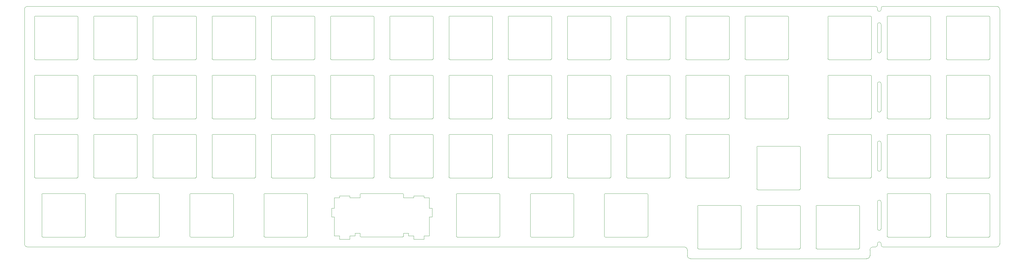
<source format=gbr>
G04 #@! TF.GenerationSoftware,KiCad,Pcbnew,8.0.1*
G04 #@! TF.CreationDate,2024-09-01T20:38:41+02:00*
G04 #@! TF.ProjectId,Mimic40_plate,4d696d69-6334-4305-9f70-6c6174652e6b,rev?*
G04 #@! TF.SameCoordinates,Original*
G04 #@! TF.FileFunction,Profile,NP*
%FSLAX46Y46*%
G04 Gerber Fmt 4.6, Leading zero omitted, Abs format (unit mm)*
G04 Created by KiCad (PCBNEW 8.0.1) date 2024-09-01 20:38:41*
%MOMM*%
%LPD*%
G01*
G04 APERTURE LIST*
G04 #@! TA.AperFunction,Profile*
%ADD10C,0.050000*%
G04 #@! TD*
G04 #@! TA.AperFunction,Profile*
%ADD11C,0.090000*%
G04 #@! TD*
G04 APERTURE END LIST*
D10*
X341000000Y-112850000D02*
G75*
G02*
X340400000Y-112250000I0J600000D01*
G01*
X341000000Y-103050000D02*
G75*
G02*
X341600000Y-103650000I0J-600000D01*
G01*
X340400000Y-122700000D02*
G75*
G02*
X341000000Y-122100000I600000J0D01*
G01*
X378750000Y-78750000D02*
G75*
G02*
X379750000Y-79750000I0J-1000000D01*
G01*
X340400000Y-155650000D02*
G75*
G02*
X339800000Y-156250000I-600000J0D01*
G01*
X341000000Y-84000000D02*
G75*
G02*
X341600000Y-84600000I0J-600000D01*
G01*
X340400000Y-131300000D02*
X340400000Y-122700000D01*
X341000000Y-93800000D02*
G75*
G02*
X340400000Y-93200000I0J600000D01*
G01*
X341000000Y-122100000D02*
G75*
G02*
X341600000Y-122700000I0J-600000D01*
G01*
X379750000Y-155250000D02*
G75*
G02*
X378750000Y-156250000I-1000000J0D01*
G01*
X341600000Y-79350000D02*
X341600000Y-79800000D01*
X338000000Y-159000000D02*
G75*
G02*
X337000000Y-160000000I-1000000J0D01*
G01*
X341600000Y-131300000D02*
G75*
G02*
X341000000Y-131900000I-600000J0D01*
G01*
X340400000Y-155650000D02*
X340400000Y-155200000D01*
X342200000Y-156250000D02*
X378750000Y-156250000D01*
X341600000Y-155650000D02*
X341600000Y-155200000D01*
X340400000Y-112250000D02*
X340400000Y-103650000D01*
X337000000Y-160000000D02*
X280250000Y-160000000D01*
X66000000Y-79750000D02*
G75*
G02*
X67000000Y-78750000I1000000J0D01*
G01*
X279250000Y-159000000D02*
X279250000Y-157250000D01*
X280250000Y-160000000D02*
G75*
G02*
X279250000Y-159000000I0J1000000D01*
G01*
X340400000Y-103650000D02*
G75*
G02*
X341000000Y-103050000I600000J0D01*
G01*
X341000000Y-80400000D02*
G75*
G02*
X340400000Y-79800000I0J600000D01*
G01*
X341000000Y-150950000D02*
G75*
G02*
X340400000Y-150350000I0J600000D01*
G01*
X340400000Y-150350000D02*
X340400000Y-141750000D01*
X338000000Y-157250000D02*
X338000000Y-159000000D01*
X341600000Y-141750000D02*
X341600000Y-150350000D01*
X339800000Y-78750000D02*
G75*
G02*
X340400000Y-79350000I0J-600000D01*
G01*
X338000000Y-157250000D02*
G75*
G02*
X339000000Y-156250000I1000000J0D01*
G01*
X379750000Y-155250000D02*
X379750000Y-79750000D01*
X339800000Y-78750000D02*
X67000000Y-78750000D01*
X340400000Y-141750000D02*
G75*
G02*
X341000000Y-141150000I600000J0D01*
G01*
X341600000Y-122700000D02*
X341600000Y-131300000D01*
X341600000Y-79800000D02*
G75*
G02*
X341000000Y-80400000I-600000J0D01*
G01*
X278250000Y-156250000D02*
X67000000Y-156250000D01*
X341000000Y-141150000D02*
G75*
G02*
X341600000Y-141750000I0J-600000D01*
G01*
X341600000Y-93200000D02*
G75*
G02*
X341000000Y-93800000I-600000J0D01*
G01*
X341600000Y-150350000D02*
G75*
G02*
X341000000Y-150950000I-600000J0D01*
G01*
X340400000Y-84600000D02*
G75*
G02*
X341000000Y-84000000I600000J0D01*
G01*
X340400000Y-93200000D02*
X340400000Y-84600000D01*
X278250000Y-156250000D02*
G75*
G02*
X279250000Y-157250000I0J-1000000D01*
G01*
X67000000Y-156250000D02*
G75*
G02*
X66000000Y-155250000I0J1000000D01*
G01*
X341000000Y-154600000D02*
G75*
G02*
X341600000Y-155200000I0J-600000D01*
G01*
X340400000Y-155200000D02*
G75*
G02*
X341000000Y-154600000I600000J0D01*
G01*
X341000000Y-131900000D02*
G75*
G02*
X340400000Y-131300000I0J600000D01*
G01*
X66000000Y-79750000D02*
X66000000Y-155250000D01*
X341600000Y-79350000D02*
G75*
G02*
X342200000Y-78750000I600000J0D01*
G01*
X341600000Y-103650000D02*
X341600000Y-112250000D01*
X342200000Y-156250000D02*
G75*
G02*
X341600000Y-155650000I0J600000D01*
G01*
X339000000Y-156250000D02*
X339800000Y-156250000D01*
X341600000Y-112250000D02*
G75*
G02*
X341000000Y-112850000I-600000J0D01*
G01*
X340400000Y-79350000D02*
X340400000Y-79800000D01*
X342200000Y-78750000D02*
X378750000Y-78750000D01*
X341600000Y-84600000D02*
X341600000Y-93200000D01*
D11*
X164805600Y-143749000D02*
X165694600Y-143749000D01*
X164805600Y-146543000D02*
X164805600Y-143749000D01*
X165694600Y-140345400D02*
X167371000Y-140345400D01*
X165694600Y-143749000D02*
X165694600Y-140345400D01*
X165694600Y-146543000D02*
X164805600Y-146543000D01*
X165694600Y-152639000D02*
X165694600Y-146543000D01*
X167371000Y-139812000D02*
X170673000Y-139812000D01*
X167371000Y-140345400D02*
X167371000Y-139812000D01*
X167371000Y-152639000D02*
X165694600Y-152639000D01*
X167371000Y-153782000D02*
X167371000Y-152639000D01*
X170673000Y-139812000D02*
X170673000Y-140345400D01*
X170673000Y-140345400D02*
X173975000Y-140345400D01*
X170673000Y-152639001D02*
X170673000Y-153782001D01*
X170673000Y-153782001D02*
X167371000Y-153782000D01*
X172349400Y-151851600D02*
X172349400Y-152639000D01*
X172349400Y-152639000D02*
X170673000Y-152639001D01*
X173975000Y-140345400D02*
X173975000Y-139350000D01*
X173975000Y-151851600D02*
X172349400Y-151851600D01*
X173975000Y-152720000D02*
X173975000Y-151851600D01*
X174275000Y-139050000D02*
X187644900Y-139050000D01*
X187644900Y-153020000D02*
X174275000Y-153020000D01*
X187944900Y-139350000D02*
X187944900Y-140345400D01*
X187944900Y-140345400D02*
X191246900Y-140345400D01*
X187944900Y-151851600D02*
X187944900Y-152720000D01*
X189570500Y-151851600D02*
X187944900Y-151851600D01*
X189570500Y-152639000D02*
X189570500Y-151851600D01*
X191246900Y-139812000D02*
X194548900Y-139812000D01*
X191246900Y-140345400D02*
X191246900Y-139812000D01*
X191246901Y-152639000D02*
X189570500Y-152639000D01*
X191246901Y-153782000D02*
X191246901Y-152639000D01*
X194548900Y-139812000D02*
X194548900Y-140345400D01*
X194548900Y-140345400D02*
X196225300Y-140345400D01*
X194548900Y-152639000D02*
X194548900Y-153782000D01*
X194548900Y-153782000D02*
X191246901Y-153782000D01*
X196225300Y-140345400D02*
X196225300Y-143749000D01*
X196225300Y-143749000D02*
X197114300Y-143749000D01*
X196225300Y-146543000D02*
X196225300Y-152639000D01*
X196225300Y-152639000D02*
X194548900Y-152639000D01*
X197114300Y-143749000D02*
X197114300Y-146543000D01*
X197114300Y-146543000D02*
X196225300Y-146543000D01*
X173975000Y-139350000D02*
G75*
G02*
X174275000Y-139050000I300000J0D01*
G01*
X174275000Y-153020000D02*
G75*
G02*
X173975000Y-152720000I0J300000D01*
G01*
X187644900Y-139050000D02*
G75*
G02*
X187944900Y-139350000I0J-300000D01*
G01*
X187944900Y-152720000D02*
G75*
G02*
X187644900Y-153020000I-300000J0D01*
G01*
D10*
X183500000Y-95600000D02*
X183500000Y-82200000D01*
X183800000Y-81900000D02*
X197200000Y-81900000D01*
X197200000Y-95900000D02*
X183800000Y-95900000D01*
X197500000Y-82200000D02*
X197500000Y-95600000D01*
X183500000Y-82200000D02*
G75*
G02*
X183800000Y-81900000I300000J0D01*
G01*
X183800000Y-95900000D02*
G75*
G02*
X183500000Y-95600000I0J300000D01*
G01*
X197200000Y-81900000D02*
G75*
G02*
X197500000Y-82200000I0J-300000D01*
G01*
X197500000Y-95600000D02*
G75*
G02*
X197200000Y-95900000I-300000J0D01*
G01*
X362570000Y-133700000D02*
X362570000Y-120300000D01*
X362870000Y-120000000D02*
X376270000Y-120000000D01*
X376270000Y-134000000D02*
X362870000Y-134000000D01*
X376570000Y-120300000D02*
X376570000Y-133700000D01*
X362570000Y-120300000D02*
G75*
G02*
X362870000Y-120000000I300000J0D01*
G01*
X362870000Y-134000000D02*
G75*
G02*
X362570000Y-133700000I0J300000D01*
G01*
X376270000Y-120000000D02*
G75*
G02*
X376570000Y-120300000I0J-300000D01*
G01*
X376570000Y-133700000D02*
G75*
G02*
X376270000Y-134000000I-300000J0D01*
G01*
X126350000Y-114650000D02*
X126350000Y-101250000D01*
X126650000Y-100950000D02*
X140050000Y-100950000D01*
X140050000Y-114950000D02*
X126650000Y-114950000D01*
X140350000Y-101250000D02*
X140350000Y-114650000D01*
X126350000Y-101250000D02*
G75*
G02*
X126650000Y-100950000I300000J0D01*
G01*
X126650000Y-114950000D02*
G75*
G02*
X126350000Y-114650000I0J300000D01*
G01*
X140050000Y-100950000D02*
G75*
G02*
X140350000Y-101250000I0J-300000D01*
G01*
X140350000Y-114650000D02*
G75*
G02*
X140050000Y-114950000I-300000J0D01*
G01*
X320660000Y-156560000D02*
X320660000Y-143160000D01*
X320960000Y-142860000D02*
X334360000Y-142860000D01*
X334360000Y-156860000D02*
X320960000Y-156860000D01*
X334660000Y-143160000D02*
X334660000Y-156560000D01*
X320660000Y-143160000D02*
G75*
G02*
X320960000Y-142860000I300000J0D01*
G01*
X320960000Y-156860000D02*
G75*
G02*
X320660000Y-156560000I0J300000D01*
G01*
X334360000Y-142860000D02*
G75*
G02*
X334660000Y-143160000I0J-300000D01*
G01*
X334660000Y-156560000D02*
G75*
G02*
X334360000Y-156860000I-300000J0D01*
G01*
X126350000Y-133700000D02*
X126350000Y-120300000D01*
X126650000Y-120000000D02*
X140050000Y-120000000D01*
X140050000Y-134000000D02*
X126650000Y-134000000D01*
X140350000Y-120300000D02*
X140350000Y-133700000D01*
X126350000Y-120300000D02*
G75*
G02*
X126650000Y-120000000I300000J0D01*
G01*
X126650000Y-134000000D02*
G75*
G02*
X126350000Y-133700000I0J300000D01*
G01*
X140050000Y-120000000D02*
G75*
G02*
X140350000Y-120300000I0J-300000D01*
G01*
X140350000Y-133700000D02*
G75*
G02*
X140050000Y-134000000I-300000J0D01*
G01*
X343520000Y-152750000D02*
X343520000Y-139350000D01*
X343820000Y-139050000D02*
X357220000Y-139050000D01*
X357220000Y-153050000D02*
X343820000Y-153050000D01*
X357520000Y-139350000D02*
X357520000Y-152750000D01*
X343520000Y-139350000D02*
G75*
G02*
X343820000Y-139050000I300000J0D01*
G01*
X343820000Y-153050000D02*
G75*
G02*
X343520000Y-152750000I0J300000D01*
G01*
X357220000Y-139050000D02*
G75*
G02*
X357520000Y-139350000I0J-300000D01*
G01*
X357520000Y-152750000D02*
G75*
G02*
X357220000Y-153050000I-300000J0D01*
G01*
X119206250Y-152750000D02*
X119206250Y-139350000D01*
X119506250Y-139050000D02*
X132906250Y-139050000D01*
X132906250Y-153050000D02*
X119506250Y-153050000D01*
X133206250Y-139350000D02*
X133206250Y-152750000D01*
X119206250Y-139350000D02*
G75*
G02*
X119506250Y-139050000I300000J0D01*
G01*
X119506250Y-153050000D02*
G75*
G02*
X119206250Y-152750000I0J300000D01*
G01*
X132906250Y-139050000D02*
G75*
G02*
X133206250Y-139350000I0J-300000D01*
G01*
X133206250Y-152750000D02*
G75*
G02*
X132906250Y-153050000I-300000J0D01*
G01*
X95393750Y-152750000D02*
X95393750Y-139350000D01*
X95693750Y-139050000D02*
X109093750Y-139050000D01*
X109093750Y-153050000D02*
X95693750Y-153050000D01*
X109393750Y-139350000D02*
X109393750Y-152750000D01*
X95393750Y-139350000D02*
G75*
G02*
X95693750Y-139050000I300000J0D01*
G01*
X95693750Y-153050000D02*
G75*
G02*
X95393750Y-152750000I0J300000D01*
G01*
X109093750Y-139050000D02*
G75*
G02*
X109393750Y-139350000I0J-300000D01*
G01*
X109393750Y-152750000D02*
G75*
G02*
X109093750Y-153050000I-300000J0D01*
G01*
X107300000Y-114650000D02*
X107300000Y-101250000D01*
X107600000Y-100950000D02*
X121000000Y-100950000D01*
X121000000Y-114950000D02*
X107600000Y-114950000D01*
X121300000Y-101250000D02*
X121300000Y-114650000D01*
X107300000Y-101250000D02*
G75*
G02*
X107600000Y-100950000I300000J0D01*
G01*
X107600000Y-114950000D02*
G75*
G02*
X107300000Y-114650000I0J300000D01*
G01*
X121000000Y-100950000D02*
G75*
G02*
X121300000Y-101250000I0J-300000D01*
G01*
X121300000Y-114650000D02*
G75*
G02*
X121000000Y-114950000I-300000J0D01*
G01*
X221600000Y-133700000D02*
X221600000Y-120300000D01*
X221900000Y-120000000D02*
X235300000Y-120000000D01*
X235300000Y-134000000D02*
X221900000Y-134000000D01*
X235600000Y-120300000D02*
X235600000Y-133700000D01*
X221600000Y-120300000D02*
G75*
G02*
X221900000Y-120000000I300000J0D01*
G01*
X221900000Y-134000000D02*
G75*
G02*
X221600000Y-133700000I0J300000D01*
G01*
X235300000Y-120000000D02*
G75*
G02*
X235600000Y-120300000I0J-300000D01*
G01*
X235600000Y-133700000D02*
G75*
G02*
X235300000Y-134000000I-300000J0D01*
G01*
X183500000Y-133700000D02*
X183500000Y-120300000D01*
X183800000Y-120000000D02*
X197200000Y-120000000D01*
X197200000Y-134000000D02*
X183800000Y-134000000D01*
X197500000Y-120300000D02*
X197500000Y-133700000D01*
X183500000Y-120300000D02*
G75*
G02*
X183800000Y-120000000I300000J0D01*
G01*
X183800000Y-134000000D02*
G75*
G02*
X183500000Y-133700000I0J300000D01*
G01*
X197200000Y-120000000D02*
G75*
G02*
X197500000Y-120300000I0J-300000D01*
G01*
X197500000Y-133700000D02*
G75*
G02*
X197200000Y-134000000I-300000J0D01*
G01*
X278750000Y-95600000D02*
X278750000Y-82200000D01*
X279050000Y-81900000D02*
X292450000Y-81900000D01*
X292450000Y-95900000D02*
X279050000Y-95900000D01*
X292750000Y-82200000D02*
X292750000Y-95600000D01*
X278750000Y-82200000D02*
G75*
G02*
X279050000Y-81900000I300000J0D01*
G01*
X279050000Y-95900000D02*
G75*
G02*
X278750000Y-95600000I0J300000D01*
G01*
X292450000Y-81900000D02*
G75*
G02*
X292750000Y-82200000I0J-300000D01*
G01*
X292750000Y-95600000D02*
G75*
G02*
X292450000Y-95900000I-300000J0D01*
G01*
X259700000Y-133700000D02*
X259700000Y-120300000D01*
X260000000Y-120000000D02*
X273400000Y-120000000D01*
X273400000Y-134000000D02*
X260000000Y-134000000D01*
X273700000Y-120300000D02*
X273700000Y-133700000D01*
X259700000Y-120300000D02*
G75*
G02*
X260000000Y-120000000I300000J0D01*
G01*
X260000000Y-134000000D02*
G75*
G02*
X259700000Y-133700000I0J300000D01*
G01*
X273400000Y-120000000D02*
G75*
G02*
X273700000Y-120300000I0J-300000D01*
G01*
X273700000Y-133700000D02*
G75*
G02*
X273400000Y-134000000I-300000J0D01*
G01*
X278750000Y-114650000D02*
X278750000Y-101250000D01*
X279050000Y-100950000D02*
X292450000Y-100950000D01*
X292450000Y-114950000D02*
X279050000Y-114950000D01*
X292750000Y-101250000D02*
X292750000Y-114650000D01*
X278750000Y-101250000D02*
G75*
G02*
X279050000Y-100950000I300000J0D01*
G01*
X279050000Y-114950000D02*
G75*
G02*
X278750000Y-114650000I0J300000D01*
G01*
X292450000Y-100950000D02*
G75*
G02*
X292750000Y-101250000I0J-300000D01*
G01*
X292750000Y-114650000D02*
G75*
G02*
X292450000Y-114950000I-300000J0D01*
G01*
X252556250Y-152750000D02*
X252556250Y-139350000D01*
X252856250Y-139050000D02*
X266256250Y-139050000D01*
X266256250Y-153050000D02*
X252856250Y-153050000D01*
X266556250Y-139350000D02*
X266556250Y-152750000D01*
X252556250Y-139350000D02*
G75*
G02*
X252856250Y-139050000I300000J0D01*
G01*
X252856250Y-153050000D02*
G75*
G02*
X252556250Y-152750000I0J300000D01*
G01*
X266256250Y-139050000D02*
G75*
G02*
X266556250Y-139350000I0J-300000D01*
G01*
X266556250Y-152750000D02*
G75*
G02*
X266256250Y-153050000I-300000J0D01*
G01*
X145400000Y-133700000D02*
X145400000Y-120300000D01*
X145700000Y-120000000D02*
X159100000Y-120000000D01*
X159100000Y-134000000D02*
X145700000Y-134000000D01*
X159400000Y-120300000D02*
X159400000Y-133700000D01*
X145400000Y-120300000D02*
G75*
G02*
X145700000Y-120000000I300000J0D01*
G01*
X145700000Y-134000000D02*
G75*
G02*
X145400000Y-133700000I0J300000D01*
G01*
X159100000Y-120000000D02*
G75*
G02*
X159400000Y-120300000I0J-300000D01*
G01*
X159400000Y-133700000D02*
G75*
G02*
X159100000Y-134000000I-300000J0D01*
G01*
X324470000Y-114650000D02*
X324470000Y-101250000D01*
X324770000Y-100950000D02*
X338170000Y-100950000D01*
X338170000Y-114950000D02*
X324770000Y-114950000D01*
X338470000Y-101250000D02*
X338470000Y-114650000D01*
X324470000Y-101250000D02*
G75*
G02*
X324770000Y-100950000I300000J0D01*
G01*
X324770000Y-114950000D02*
G75*
G02*
X324470000Y-114650000I0J300000D01*
G01*
X338170000Y-100950000D02*
G75*
G02*
X338470000Y-101250000I0J-300000D01*
G01*
X338470000Y-114650000D02*
G75*
G02*
X338170000Y-114950000I-300000J0D01*
G01*
X259700000Y-114650000D02*
X259700000Y-101250000D01*
X260000000Y-100950000D02*
X273400000Y-100950000D01*
X273400000Y-114950000D02*
X260000000Y-114950000D01*
X273700000Y-101250000D02*
X273700000Y-114650000D01*
X259700000Y-101250000D02*
G75*
G02*
X260000000Y-100950000I300000J0D01*
G01*
X260000000Y-114950000D02*
G75*
G02*
X259700000Y-114650000I0J300000D01*
G01*
X273400000Y-100950000D02*
G75*
G02*
X273700000Y-101250000I0J-300000D01*
G01*
X273700000Y-114650000D02*
G75*
G02*
X273400000Y-114950000I-300000J0D01*
G01*
X343520000Y-133700000D02*
X343520000Y-120300000D01*
X343820000Y-120000000D02*
X357220000Y-120000000D01*
X357220000Y-134000000D02*
X343820000Y-134000000D01*
X357520000Y-120300000D02*
X357520000Y-133700000D01*
X343520000Y-120300000D02*
G75*
G02*
X343820000Y-120000000I300000J0D01*
G01*
X343820000Y-134000000D02*
G75*
G02*
X343520000Y-133700000I0J300000D01*
G01*
X357220000Y-120000000D02*
G75*
G02*
X357520000Y-120300000I0J-300000D01*
G01*
X357520000Y-133700000D02*
G75*
G02*
X357220000Y-134000000I-300000J0D01*
G01*
X107300000Y-95600000D02*
X107300000Y-82200000D01*
X107600000Y-81900000D02*
X121000000Y-81900000D01*
X121000000Y-95900000D02*
X107600000Y-95900000D01*
X121300000Y-82200000D02*
X121300000Y-95600000D01*
X107300000Y-82200000D02*
G75*
G02*
X107600000Y-81900000I300000J0D01*
G01*
X107600000Y-95900000D02*
G75*
G02*
X107300000Y-95600000I0J300000D01*
G01*
X121000000Y-81900000D02*
G75*
G02*
X121300000Y-82200000I0J-300000D01*
G01*
X121300000Y-95600000D02*
G75*
G02*
X121000000Y-95900000I-300000J0D01*
G01*
X143018750Y-152750000D02*
X143018750Y-139350000D01*
X143318750Y-139050000D02*
X156718750Y-139050000D01*
X156718750Y-153050000D02*
X143318750Y-153050000D01*
X157018750Y-139350000D02*
X157018750Y-152750000D01*
X143018750Y-139350000D02*
G75*
G02*
X143318750Y-139050000I300000J0D01*
G01*
X143318750Y-153050000D02*
G75*
G02*
X143018750Y-152750000I0J300000D01*
G01*
X156718750Y-139050000D02*
G75*
G02*
X157018750Y-139350000I0J-300000D01*
G01*
X157018750Y-152750000D02*
G75*
G02*
X156718750Y-153050000I-300000J0D01*
G01*
X324470000Y-95600000D02*
X324470000Y-82200000D01*
X324770000Y-81900000D02*
X338170000Y-81900000D01*
X338170000Y-95900000D02*
X324770000Y-95900000D01*
X338470000Y-82200000D02*
X338470000Y-95600000D01*
X324470000Y-82200000D02*
G75*
G02*
X324770000Y-81900000I300000J0D01*
G01*
X324770000Y-95900000D02*
G75*
G02*
X324470000Y-95600000I0J300000D01*
G01*
X338170000Y-81900000D02*
G75*
G02*
X338470000Y-82200000I0J-300000D01*
G01*
X338470000Y-95600000D02*
G75*
G02*
X338170000Y-95900000I-300000J0D01*
G01*
X301610000Y-137510000D02*
X301610000Y-124110000D01*
X301910000Y-123810000D02*
X315310000Y-123810000D01*
X315310000Y-137810000D02*
X301910000Y-137810000D01*
X315610000Y-124110000D02*
X315610000Y-137510000D01*
X301610000Y-124110000D02*
G75*
G02*
X301910000Y-123810000I300000J0D01*
G01*
X301910000Y-137810000D02*
G75*
G02*
X301610000Y-137510000I0J300000D01*
G01*
X315310000Y-123810000D02*
G75*
G02*
X315610000Y-124110000I0J-300000D01*
G01*
X315610000Y-137510000D02*
G75*
G02*
X315310000Y-137810000I-300000J0D01*
G01*
X324470000Y-133700000D02*
X324470000Y-120300000D01*
X324770000Y-120000000D02*
X338170000Y-120000000D01*
X338170000Y-134000000D02*
X324770000Y-134000000D01*
X338470000Y-120300000D02*
X338470000Y-133700000D01*
X324470000Y-120300000D02*
G75*
G02*
X324770000Y-120000000I300000J0D01*
G01*
X324770000Y-134000000D02*
G75*
G02*
X324470000Y-133700000I0J300000D01*
G01*
X338170000Y-120000000D02*
G75*
G02*
X338470000Y-120300000I0J-300000D01*
G01*
X338470000Y-133700000D02*
G75*
G02*
X338170000Y-134000000I-300000J0D01*
G01*
X343520000Y-95600000D02*
X343520000Y-82200000D01*
X343820000Y-81900000D02*
X357220000Y-81900000D01*
X357220000Y-95900000D02*
X343820000Y-95900000D01*
X357520000Y-82200000D02*
X357520000Y-95600000D01*
X343520000Y-82200000D02*
G75*
G02*
X343820000Y-81900000I300000J0D01*
G01*
X343820000Y-95900000D02*
G75*
G02*
X343520000Y-95600000I0J300000D01*
G01*
X357220000Y-81900000D02*
G75*
G02*
X357520000Y-82200000I0J-300000D01*
G01*
X357520000Y-95600000D02*
G75*
G02*
X357220000Y-95900000I-300000J0D01*
G01*
X88250000Y-114650000D02*
X88250000Y-101250000D01*
X88550000Y-100950000D02*
X101950000Y-100950000D01*
X101950000Y-114950000D02*
X88550000Y-114950000D01*
X102250000Y-101250000D02*
X102250000Y-114650000D01*
X88250000Y-101250000D02*
G75*
G02*
X88550000Y-100950000I300000J0D01*
G01*
X88550000Y-114950000D02*
G75*
G02*
X88250000Y-114650000I0J300000D01*
G01*
X101950000Y-100950000D02*
G75*
G02*
X102250000Y-101250000I0J-300000D01*
G01*
X102250000Y-114650000D02*
G75*
G02*
X101950000Y-114950000I-300000J0D01*
G01*
X240650000Y-133700000D02*
X240650000Y-120300000D01*
X240950000Y-120000000D02*
X254350000Y-120000000D01*
X254350000Y-134000000D02*
X240950000Y-134000000D01*
X254650000Y-120300000D02*
X254650000Y-133700000D01*
X240650000Y-120300000D02*
G75*
G02*
X240950000Y-120000000I300000J0D01*
G01*
X240950000Y-134000000D02*
G75*
G02*
X240650000Y-133700000I0J300000D01*
G01*
X254350000Y-120000000D02*
G75*
G02*
X254650000Y-120300000I0J-300000D01*
G01*
X254650000Y-133700000D02*
G75*
G02*
X254350000Y-134000000I-300000J0D01*
G01*
X69200000Y-133700000D02*
X69200000Y-120300000D01*
X69500000Y-120000000D02*
X82900000Y-120000000D01*
X82900000Y-134000000D02*
X69500000Y-134000000D01*
X83200000Y-120300000D02*
X83200000Y-133700000D01*
X69200000Y-120300000D02*
G75*
G02*
X69500000Y-120000000I300000J0D01*
G01*
X69500000Y-134000000D02*
G75*
G02*
X69200000Y-133700000I0J300000D01*
G01*
X82900000Y-120000000D02*
G75*
G02*
X83200000Y-120300000I0J-300000D01*
G01*
X83200000Y-133700000D02*
G75*
G02*
X82900000Y-134000000I-300000J0D01*
G01*
X240650000Y-114650000D02*
X240650000Y-101250000D01*
X240950000Y-100950000D02*
X254350000Y-100950000D01*
X254350000Y-114950000D02*
X240950000Y-114950000D01*
X254650000Y-101250000D02*
X254650000Y-114650000D01*
X240650000Y-101250000D02*
G75*
G02*
X240950000Y-100950000I300000J0D01*
G01*
X240950000Y-114950000D02*
G75*
G02*
X240650000Y-114650000I0J300000D01*
G01*
X254350000Y-100950000D02*
G75*
G02*
X254650000Y-101250000I0J-300000D01*
G01*
X254650000Y-114650000D02*
G75*
G02*
X254350000Y-114950000I-300000J0D01*
G01*
X202550000Y-133700000D02*
X202550000Y-120300000D01*
X202850000Y-120000000D02*
X216250000Y-120000000D01*
X216250000Y-134000000D02*
X202850000Y-134000000D01*
X216550000Y-120300000D02*
X216550000Y-133700000D01*
X202550000Y-120300000D02*
G75*
G02*
X202850000Y-120000000I300000J0D01*
G01*
X202850000Y-134000000D02*
G75*
G02*
X202550000Y-133700000I0J300000D01*
G01*
X216250000Y-120000000D02*
G75*
G02*
X216550000Y-120300000I0J-300000D01*
G01*
X216550000Y-133700000D02*
G75*
G02*
X216250000Y-134000000I-300000J0D01*
G01*
X88250000Y-133700000D02*
X88250000Y-120300000D01*
X88550000Y-120000000D02*
X101950000Y-120000000D01*
X101950000Y-134000000D02*
X88550000Y-134000000D01*
X102250000Y-120300000D02*
X102250000Y-133700000D01*
X88250000Y-120300000D02*
G75*
G02*
X88550000Y-120000000I300000J0D01*
G01*
X88550000Y-134000000D02*
G75*
G02*
X88250000Y-133700000I0J300000D01*
G01*
X101950000Y-120000000D02*
G75*
G02*
X102250000Y-120300000I0J-300000D01*
G01*
X102250000Y-133700000D02*
G75*
G02*
X101950000Y-134000000I-300000J0D01*
G01*
X88250000Y-95600000D02*
X88250000Y-82200000D01*
X88550000Y-81900000D02*
X101950000Y-81900000D01*
X101950000Y-95900000D02*
X88550000Y-95900000D01*
X102250000Y-82200000D02*
X102250000Y-95600000D01*
X88250000Y-82200000D02*
G75*
G02*
X88550000Y-81900000I300000J0D01*
G01*
X88550000Y-95900000D02*
G75*
G02*
X88250000Y-95600000I0J300000D01*
G01*
X101950000Y-81900000D02*
G75*
G02*
X102250000Y-82200000I0J-300000D01*
G01*
X102250000Y-95600000D02*
G75*
G02*
X101950000Y-95900000I-300000J0D01*
G01*
X126350000Y-95600000D02*
X126350000Y-82200000D01*
X126650000Y-81900000D02*
X140050000Y-81900000D01*
X140050000Y-95900000D02*
X126650000Y-95900000D01*
X140350000Y-82200000D02*
X140350000Y-95600000D01*
X126350000Y-82200000D02*
G75*
G02*
X126650000Y-81900000I300000J0D01*
G01*
X126650000Y-95900000D02*
G75*
G02*
X126350000Y-95600000I0J300000D01*
G01*
X140050000Y-81900000D02*
G75*
G02*
X140350000Y-82200000I0J-300000D01*
G01*
X140350000Y-95600000D02*
G75*
G02*
X140050000Y-95900000I-300000J0D01*
G01*
X221600000Y-95600000D02*
X221600000Y-82200000D01*
X221900000Y-81900000D02*
X235300000Y-81900000D01*
X235300000Y-95900000D02*
X221900000Y-95900000D01*
X235600000Y-82200000D02*
X235600000Y-95600000D01*
X221600000Y-82200000D02*
G75*
G02*
X221900000Y-81900000I300000J0D01*
G01*
X221900000Y-95900000D02*
G75*
G02*
X221600000Y-95600000I0J300000D01*
G01*
X235300000Y-81900000D02*
G75*
G02*
X235600000Y-82200000I0J-300000D01*
G01*
X235600000Y-95600000D02*
G75*
G02*
X235300000Y-95900000I-300000J0D01*
G01*
X221600000Y-114650000D02*
X221600000Y-101250000D01*
X221900000Y-100950000D02*
X235300000Y-100950000D01*
X235300000Y-114950000D02*
X221900000Y-114950000D01*
X235600000Y-101250000D02*
X235600000Y-114650000D01*
X221600000Y-101250000D02*
G75*
G02*
X221900000Y-100950000I300000J0D01*
G01*
X221900000Y-114950000D02*
G75*
G02*
X221600000Y-114650000I0J300000D01*
G01*
X235300000Y-100950000D02*
G75*
G02*
X235600000Y-101250000I0J-300000D01*
G01*
X235600000Y-114650000D02*
G75*
G02*
X235300000Y-114950000I-300000J0D01*
G01*
X69200000Y-95600000D02*
X69200000Y-82200000D01*
X69500000Y-81900000D02*
X82900000Y-81900000D01*
X82900000Y-95900000D02*
X69500000Y-95900000D01*
X83200000Y-82200000D02*
X83200000Y-95600000D01*
X69200000Y-82200000D02*
G75*
G02*
X69500000Y-81900000I300000J0D01*
G01*
X69500000Y-95900000D02*
G75*
G02*
X69200000Y-95600000I0J300000D01*
G01*
X82900000Y-81900000D02*
G75*
G02*
X83200000Y-82200000I0J-300000D01*
G01*
X83200000Y-95600000D02*
G75*
G02*
X82900000Y-95900000I-300000J0D01*
G01*
X362570000Y-95600000D02*
X362570000Y-82200000D01*
X362870000Y-81900000D02*
X376270000Y-81900000D01*
X376270000Y-95900000D02*
X362870000Y-95900000D01*
X376570000Y-82200000D02*
X376570000Y-95600000D01*
X362570000Y-82200000D02*
G75*
G02*
X362870000Y-81900000I300000J0D01*
G01*
X362870000Y-95900000D02*
G75*
G02*
X362570000Y-95600000I0J300000D01*
G01*
X376270000Y-81900000D02*
G75*
G02*
X376570000Y-82200000I0J-300000D01*
G01*
X376570000Y-95600000D02*
G75*
G02*
X376270000Y-95900000I-300000J0D01*
G01*
X240650000Y-95600000D02*
X240650000Y-82200000D01*
X240950000Y-81900000D02*
X254350000Y-81900000D01*
X254350000Y-95900000D02*
X240950000Y-95900000D01*
X254650000Y-82200000D02*
X254650000Y-95600000D01*
X240650000Y-82200000D02*
G75*
G02*
X240950000Y-81900000I300000J0D01*
G01*
X240950000Y-95900000D02*
G75*
G02*
X240650000Y-95600000I0J300000D01*
G01*
X254350000Y-81900000D02*
G75*
G02*
X254650000Y-82200000I0J-300000D01*
G01*
X254650000Y-95600000D02*
G75*
G02*
X254350000Y-95900000I-300000J0D01*
G01*
X164450000Y-114650000D02*
X164450000Y-101250000D01*
X164750000Y-100950000D02*
X178150000Y-100950000D01*
X178150000Y-114950000D02*
X164750000Y-114950000D01*
X178450000Y-101250000D02*
X178450000Y-114650000D01*
X164450000Y-101250000D02*
G75*
G02*
X164750000Y-100950000I300000J0D01*
G01*
X164750000Y-114950000D02*
G75*
G02*
X164450000Y-114650000I0J300000D01*
G01*
X178150000Y-100950000D02*
G75*
G02*
X178450000Y-101250000I0J-300000D01*
G01*
X178450000Y-114650000D02*
G75*
G02*
X178150000Y-114950000I-300000J0D01*
G01*
X164450000Y-133700000D02*
X164450000Y-120300000D01*
X164750000Y-120000000D02*
X178150000Y-120000000D01*
X178150000Y-134000000D02*
X164750000Y-134000000D01*
X178450000Y-120300000D02*
X178450000Y-133700000D01*
X164450000Y-120300000D02*
G75*
G02*
X164750000Y-120000000I300000J0D01*
G01*
X164750000Y-134000000D02*
G75*
G02*
X164450000Y-133700000I0J300000D01*
G01*
X178150000Y-120000000D02*
G75*
G02*
X178450000Y-120300000I0J-300000D01*
G01*
X178450000Y-133700000D02*
G75*
G02*
X178150000Y-134000000I-300000J0D01*
G01*
X202550000Y-114650000D02*
X202550000Y-101250000D01*
X202850000Y-100950000D02*
X216250000Y-100950000D01*
X216250000Y-114950000D02*
X202850000Y-114950000D01*
X216550000Y-101250000D02*
X216550000Y-114650000D01*
X202550000Y-101250000D02*
G75*
G02*
X202850000Y-100950000I300000J0D01*
G01*
X202850000Y-114950000D02*
G75*
G02*
X202550000Y-114650000I0J300000D01*
G01*
X216250000Y-100950000D02*
G75*
G02*
X216550000Y-101250000I0J-300000D01*
G01*
X216550000Y-114650000D02*
G75*
G02*
X216250000Y-114950000I-300000J0D01*
G01*
X145400000Y-114650000D02*
X145400000Y-101250000D01*
X145700000Y-100950000D02*
X159100000Y-100950000D01*
X159100000Y-114950000D02*
X145700000Y-114950000D01*
X159400000Y-101250000D02*
X159400000Y-114650000D01*
X145400000Y-101250000D02*
G75*
G02*
X145700000Y-100950000I300000J0D01*
G01*
X145700000Y-114950000D02*
G75*
G02*
X145400000Y-114650000I0J300000D01*
G01*
X159100000Y-100950000D02*
G75*
G02*
X159400000Y-101250000I0J-300000D01*
G01*
X159400000Y-114650000D02*
G75*
G02*
X159100000Y-114950000I-300000J0D01*
G01*
X145400000Y-95600000D02*
X145400000Y-82200000D01*
X145700000Y-81900000D02*
X159100000Y-81900000D01*
X159100000Y-95900000D02*
X145700000Y-95900000D01*
X159400000Y-82200000D02*
X159400000Y-95600000D01*
X145400000Y-82200000D02*
G75*
G02*
X145700000Y-81900000I300000J0D01*
G01*
X145700000Y-95900000D02*
G75*
G02*
X145400000Y-95600000I0J300000D01*
G01*
X159100000Y-81900000D02*
G75*
G02*
X159400000Y-82200000I0J-300000D01*
G01*
X159400000Y-95600000D02*
G75*
G02*
X159100000Y-95900000I-300000J0D01*
G01*
X259700000Y-95600000D02*
X259700000Y-82200000D01*
X260000000Y-81900000D02*
X273400000Y-81900000D01*
X273400000Y-95900000D02*
X260000000Y-95900000D01*
X273700000Y-82200000D02*
X273700000Y-95600000D01*
X259700000Y-82200000D02*
G75*
G02*
X260000000Y-81900000I300000J0D01*
G01*
X260000000Y-95900000D02*
G75*
G02*
X259700000Y-95600000I0J300000D01*
G01*
X273400000Y-81900000D02*
G75*
G02*
X273700000Y-82200000I0J-300000D01*
G01*
X273700000Y-95600000D02*
G75*
G02*
X273400000Y-95900000I-300000J0D01*
G01*
X202550000Y-95600000D02*
X202550000Y-82200000D01*
X202850000Y-81900000D02*
X216250000Y-81900000D01*
X216250000Y-95900000D02*
X202850000Y-95900000D01*
X216550000Y-82200000D02*
X216550000Y-95600000D01*
X202550000Y-82200000D02*
G75*
G02*
X202850000Y-81900000I300000J0D01*
G01*
X202850000Y-95900000D02*
G75*
G02*
X202550000Y-95600000I0J300000D01*
G01*
X216250000Y-81900000D02*
G75*
G02*
X216550000Y-82200000I0J-300000D01*
G01*
X216550000Y-95600000D02*
G75*
G02*
X216250000Y-95900000I-300000J0D01*
G01*
X69200000Y-114650000D02*
X69200000Y-101250000D01*
X69500000Y-100950000D02*
X82900000Y-100950000D01*
X82900000Y-114950000D02*
X69500000Y-114950000D01*
X83200000Y-101250000D02*
X83200000Y-114650000D01*
X69200000Y-101250000D02*
G75*
G02*
X69500000Y-100950000I300000J0D01*
G01*
X69500000Y-114950000D02*
G75*
G02*
X69200000Y-114650000I0J300000D01*
G01*
X82900000Y-100950000D02*
G75*
G02*
X83200000Y-101250000I0J-300000D01*
G01*
X83200000Y-114650000D02*
G75*
G02*
X82900000Y-114950000I-300000J0D01*
G01*
X343520000Y-114650000D02*
X343520000Y-101250000D01*
X343820000Y-100950000D02*
X357220000Y-100950000D01*
X357220000Y-114950000D02*
X343820000Y-114950000D01*
X357520000Y-101250000D02*
X357520000Y-114650000D01*
X343520000Y-101250000D02*
G75*
G02*
X343820000Y-100950000I300000J0D01*
G01*
X343820000Y-114950000D02*
G75*
G02*
X343520000Y-114650000I0J300000D01*
G01*
X357220000Y-100950000D02*
G75*
G02*
X357520000Y-101250000I0J-300000D01*
G01*
X357520000Y-114650000D02*
G75*
G02*
X357220000Y-114950000I-300000J0D01*
G01*
X228743750Y-152750000D02*
X228743750Y-139350000D01*
X229043750Y-139050000D02*
X242443750Y-139050000D01*
X242443750Y-153050000D02*
X229043750Y-153050000D01*
X242743750Y-139350000D02*
X242743750Y-152750000D01*
X228743750Y-139350000D02*
G75*
G02*
X229043750Y-139050000I300000J0D01*
G01*
X229043750Y-153050000D02*
G75*
G02*
X228743750Y-152750000I0J300000D01*
G01*
X242443750Y-139050000D02*
G75*
G02*
X242743750Y-139350000I0J-300000D01*
G01*
X242743750Y-152750000D02*
G75*
G02*
X242443750Y-153050000I-300000J0D01*
G01*
X71581250Y-152750000D02*
X71581250Y-139350000D01*
X71881250Y-139050000D02*
X85281250Y-139050000D01*
X85281250Y-153050000D02*
X71881250Y-153050000D01*
X85581250Y-139350000D02*
X85581250Y-152750000D01*
X71581250Y-139350000D02*
G75*
G02*
X71881250Y-139050000I300000J0D01*
G01*
X71881250Y-153050000D02*
G75*
G02*
X71581250Y-152750000I0J300000D01*
G01*
X85281250Y-139050000D02*
G75*
G02*
X85581250Y-139350000I0J-300000D01*
G01*
X85581250Y-152750000D02*
G75*
G02*
X85281250Y-153050000I-300000J0D01*
G01*
X278750000Y-133700000D02*
X278750000Y-120300000D01*
X279050000Y-120000000D02*
X292450000Y-120000000D01*
X292450000Y-134000000D02*
X279050000Y-134000000D01*
X292750000Y-120300000D02*
X292750000Y-133700000D01*
X278750000Y-120300000D02*
G75*
G02*
X279050000Y-120000000I300000J0D01*
G01*
X279050000Y-134000000D02*
G75*
G02*
X278750000Y-133700000I0J300000D01*
G01*
X292450000Y-120000000D02*
G75*
G02*
X292750000Y-120300000I0J-300000D01*
G01*
X292750000Y-133700000D02*
G75*
G02*
X292450000Y-134000000I-300000J0D01*
G01*
X301610000Y-156560000D02*
X301610000Y-143160000D01*
X301910000Y-142860000D02*
X315310000Y-142860000D01*
X315310000Y-156860000D02*
X301910000Y-156860000D01*
X315610000Y-143160000D02*
X315610000Y-156560000D01*
X301610000Y-143160000D02*
G75*
G02*
X301910000Y-142860000I300000J0D01*
G01*
X301910000Y-156860000D02*
G75*
G02*
X301610000Y-156560000I0J300000D01*
G01*
X315310000Y-142860000D02*
G75*
G02*
X315610000Y-143160000I0J-300000D01*
G01*
X315610000Y-156560000D02*
G75*
G02*
X315310000Y-156860000I-300000J0D01*
G01*
X183500000Y-114650000D02*
X183500000Y-101250000D01*
X183800000Y-100950000D02*
X197200000Y-100950000D01*
X197200000Y-114950000D02*
X183800000Y-114950000D01*
X197500000Y-101250000D02*
X197500000Y-114650000D01*
X183500000Y-101250000D02*
G75*
G02*
X183800000Y-100950000I300000J0D01*
G01*
X183800000Y-114950000D02*
G75*
G02*
X183500000Y-114650000I0J300000D01*
G01*
X197200000Y-100950000D02*
G75*
G02*
X197500000Y-101250000I0J-300000D01*
G01*
X197500000Y-114650000D02*
G75*
G02*
X197200000Y-114950000I-300000J0D01*
G01*
X164450000Y-95600000D02*
X164450000Y-82200000D01*
X164750000Y-81900000D02*
X178150000Y-81900000D01*
X178150000Y-95900000D02*
X164750000Y-95900000D01*
X178450000Y-82200000D02*
X178450000Y-95600000D01*
X164450000Y-82200000D02*
G75*
G02*
X164750000Y-81900000I300000J0D01*
G01*
X164750000Y-95900000D02*
G75*
G02*
X164450000Y-95600000I0J300000D01*
G01*
X178150000Y-81900000D02*
G75*
G02*
X178450000Y-82200000I0J-300000D01*
G01*
X178450000Y-95600000D02*
G75*
G02*
X178150000Y-95900000I-300000J0D01*
G01*
X297800000Y-95600000D02*
X297800000Y-82200000D01*
X298100000Y-81900000D02*
X311500000Y-81900000D01*
X311500000Y-95900000D02*
X298100000Y-95900000D01*
X311800000Y-82200000D02*
X311800000Y-95600000D01*
X297800000Y-82200000D02*
G75*
G02*
X298100000Y-81900000I300000J0D01*
G01*
X298100000Y-95900000D02*
G75*
G02*
X297800000Y-95600000I0J300000D01*
G01*
X311500000Y-81900000D02*
G75*
G02*
X311800000Y-82200000I0J-300000D01*
G01*
X311800000Y-95600000D02*
G75*
G02*
X311500000Y-95900000I-300000J0D01*
G01*
X107300000Y-133700000D02*
X107300000Y-120300000D01*
X107600000Y-120000000D02*
X121000000Y-120000000D01*
X121000000Y-134000000D02*
X107600000Y-134000000D01*
X121300000Y-120300000D02*
X121300000Y-133700000D01*
X107300000Y-120300000D02*
G75*
G02*
X107600000Y-120000000I300000J0D01*
G01*
X107600000Y-134000000D02*
G75*
G02*
X107300000Y-133700000I0J300000D01*
G01*
X121000000Y-120000000D02*
G75*
G02*
X121300000Y-120300000I0J-300000D01*
G01*
X121300000Y-133700000D02*
G75*
G02*
X121000000Y-134000000I-300000J0D01*
G01*
X362570000Y-152750000D02*
X362570000Y-139350000D01*
X362870000Y-139050000D02*
X376270000Y-139050000D01*
X376270000Y-153050000D02*
X362870000Y-153050000D01*
X376570000Y-139350000D02*
X376570000Y-152750000D01*
X362570000Y-139350000D02*
G75*
G02*
X362870000Y-139050000I300000J0D01*
G01*
X362870000Y-153050000D02*
G75*
G02*
X362570000Y-152750000I0J300000D01*
G01*
X376270000Y-139050000D02*
G75*
G02*
X376570000Y-139350000I0J-300000D01*
G01*
X376570000Y-152750000D02*
G75*
G02*
X376270000Y-153050000I-300000J0D01*
G01*
X282560000Y-156560000D02*
X282560000Y-143160000D01*
X282860000Y-142860000D02*
X296260000Y-142860000D01*
X296260000Y-156860000D02*
X282860000Y-156860000D01*
X296560000Y-143160000D02*
X296560000Y-156560000D01*
X282560000Y-143160000D02*
G75*
G02*
X282860000Y-142860000I300000J0D01*
G01*
X282860000Y-156860000D02*
G75*
G02*
X282560000Y-156560000I0J300000D01*
G01*
X296260000Y-142860000D02*
G75*
G02*
X296560000Y-143160000I0J-300000D01*
G01*
X296560000Y-156560000D02*
G75*
G02*
X296260000Y-156860000I-300000J0D01*
G01*
X297800000Y-114650000D02*
X297800000Y-101250000D01*
X298100000Y-100950000D02*
X311500000Y-100950000D01*
X311500000Y-114950000D02*
X298100000Y-114950000D01*
X311800000Y-101250000D02*
X311800000Y-114650000D01*
X297800000Y-101250000D02*
G75*
G02*
X298100000Y-100950000I300000J0D01*
G01*
X298100000Y-114950000D02*
G75*
G02*
X297800000Y-114650000I0J300000D01*
G01*
X311500000Y-100950000D02*
G75*
G02*
X311800000Y-101250000I0J-300000D01*
G01*
X311800000Y-114650000D02*
G75*
G02*
X311500000Y-114950000I-300000J0D01*
G01*
X204931250Y-152750000D02*
X204931250Y-139350000D01*
X205231250Y-139050000D02*
X218631250Y-139050000D01*
X218631250Y-153050000D02*
X205231250Y-153050000D01*
X218931250Y-139350000D02*
X218931250Y-152750000D01*
X204931250Y-139350000D02*
G75*
G02*
X205231250Y-139050000I300000J0D01*
G01*
X205231250Y-153050000D02*
G75*
G02*
X204931250Y-152750000I0J300000D01*
G01*
X218631250Y-139050000D02*
G75*
G02*
X218931250Y-139350000I0J-300000D01*
G01*
X218931250Y-152750000D02*
G75*
G02*
X218631250Y-153050000I-300000J0D01*
G01*
X362570000Y-114650000D02*
X362570000Y-101250000D01*
X362870000Y-100950000D02*
X376270000Y-100950000D01*
X376270000Y-114950000D02*
X362870000Y-114950000D01*
X376570000Y-101250000D02*
X376570000Y-114650000D01*
X362570000Y-101250000D02*
G75*
G02*
X362870000Y-100950000I300000J0D01*
G01*
X362870000Y-114950000D02*
G75*
G02*
X362570000Y-114650000I0J300000D01*
G01*
X376270000Y-100950000D02*
G75*
G02*
X376570000Y-101250000I0J-300000D01*
G01*
X376570000Y-114650000D02*
G75*
G02*
X376270000Y-114950000I-300000J0D01*
G01*
M02*

</source>
